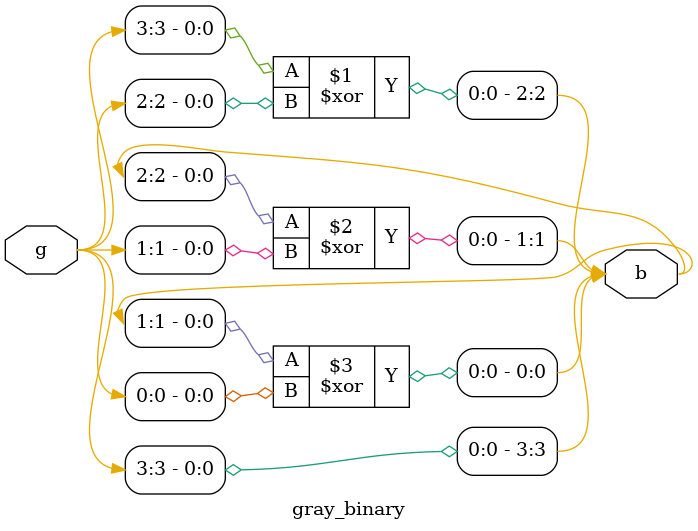
<source format=v>
`timescale 1ns / 1ps
module gray_binary(input [3:0]g,output [3:0]b);
  assign b[3]=g[3];
  assign b[2]=b[3]^g[2];
  assign b[1]=b[2]^g[1];
  assign b[0]=b[1]^g[0];
endmodule

</source>
